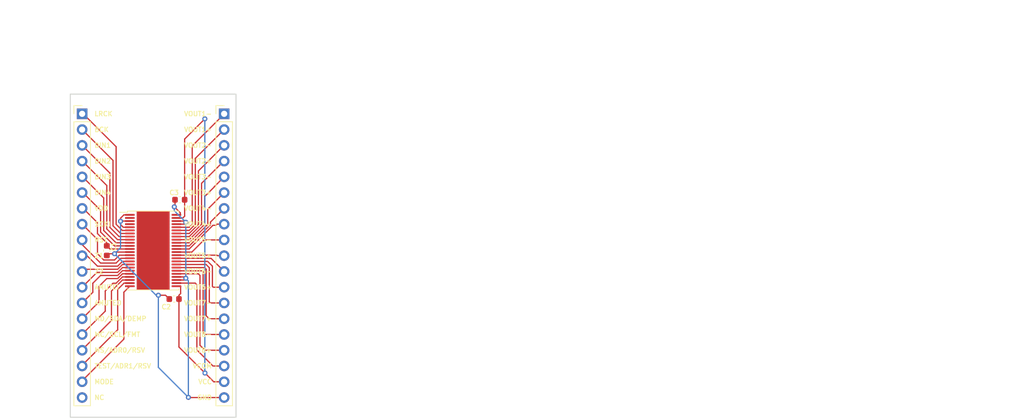
<source format=kicad_pcb>
(kicad_pcb (version 20211014) (generator pcbnew)
  (title_block (title "PCM1690 breakout board w/ P-S biasing and decoupling caps") (date "February 12, 2023") (rev "0"))
  (layers (0 "F.Cu" signal) (31 "B.Cu" signal) (34 "B.Paste" user) (35 "F.Paste" user) (36 "B.SilkS" user "B.Silkscreen") (37 "F.SilkS" user "F.Silkscreen") (38 "B.Mask" user) (39 "F.Mask" user) (44 "Edge.Cuts" user))
  (net 0 "")
  (net 1 "GND")
  (footprint "Capacitor_SMD:C_0603_1608Metric" (layer "F.Cu") (at 85.25 98.25 -90)
    (fp_text reference "REF**" hide)
    (fp_text value "C_0603_1608Metric")
    (fp_line (start -0.14058 0.51) (end 0.14058 0.51) (layer "F.SilkS") (width 0.12))
    (fp_line (start -0.14058 -0.51) (end 0.14058 -0.51) (layer "F.SilkS") (width 0.12))
    (pad "1" smd roundrect (at -0.775 0 270) (size 0.9 0.95) (layers "F.Cu" "F.Paste" "F.Mask"))
    (pad "2" smd roundrect (at 0.775 0 270) (size 0.9 0.95) (layers "F.Cu" "F.Paste" "F.Mask") (net 1 "GND"))
  )
  (footprint "Capacitor_SMD:C_0603_1608Metric" (layer "F.Cu") (at 96.0882 106.045 180)
    (fp_text reference "REF**" hide)
    (fp_text value "C_0603_1608Metric")
    (fp_line (start -0.14058 0.51) (end 0.14058 0.51) (layer "F.SilkS") (width 0.12))
    (fp_line (start -0.14058 -0.51) (end 0.14058 -0.51) (layer "F.SilkS") (width 0.12))
    (pad "1" smd roundrect (at -0.775 0 180) (size 0.9 0.95) (layers "F.Cu" "F.Paste" "F.Mask"))
    (pad "2" smd roundrect (at 0.775 0 180) (size 0.9 0.95) (layers "F.Cu" "F.Paste" "F.Mask") (net 1 "GND"))
  )
  (footprint "HTSSOP-48_8x12mm_P0.5mm" (layer "F.Cu") (at 92.71 98.23)
    (fp_text reference "REF**" hide)
    (fp_text value "HTSSOP-48_8x12mm_P0.5mm")
    (fp_rect (start -2.55 -6.25) (end 2.55 6.25) (layer "F.Cu") (width 0.2) (fill solid))
    (fp_line (start 0 -6.36) (end -4.11 -6.36) (layer "F.SilkS") (width 0.12))
    (fp_line (start -4.11 -6.36) (end -4.11 -6.16) (layer "F.SilkS") (width 0.12))
    (fp_line (start -4.11 -6.16) (end -5.4 -6.16) (layer "F.SilkS") (width 0.12))
    (fp_line (start 4.11 6.36) (end 4.11 6.16) (layer "F.SilkS") (width 0.12))
    (fp_line (start 0 6.36) (end -4.11 6.36) (layer "F.SilkS") (width 0.12))
    (fp_line (start 0 6.36) (end 4.11 6.36) (layer "F.SilkS") (width 0.12))
    (fp_line (start 0 -6.36) (end 4.11 -6.36) (layer "F.SilkS") (width 0.12))
    (fp_line (start -4.11 6.36) (end -4.11 6.16) (layer "F.SilkS") (width 0.12))
    (fp_line (start 4.11 -6.36) (end 4.11 -6.16) (layer "F.SilkS") (width 0.12))
    (pad "1" smd roundrect (at -3.75 -5.75) (size 1.55 0.3) (layers "F.Cu" "F.Paste" "F.Mask") (net 1 "GND"))
    (pad "2" smd roundrect (at -3.75 -5.25) (size 1.55 0.3) (layers "F.Cu" "F.Paste" "F.Mask"))
    (pad "3" smd roundrect (at -3.75 -4.75) (size 1.55 0.3) (layers "F.Cu" "F.Paste" "F.Mask") (net 1 "GND"))
    (pad "4" smd roundrect (at -3.75 -4.25) (size 1.55 0.3) (layers "F.Cu" "F.Paste" "F.Mask"))
    (pad "5" smd roundrect (at -3.75 -3.75) (size 1.55 0.3) (layers "F.Cu" "F.Paste" "F.Mask") (net 1 "GND"))
    (pad "6" smd roundrect (at -3.75 -3.25) (size 1.55 0.3) (layers "F.Cu" "F.Paste" "F.Mask"))
    (pad "7" smd roundrect (at -3.75 -2.75) (size 1.55 0.3) (layers "F.Cu" "F.Paste" "F.Mask"))
    (pad "8" smd roundrect (at -3.75 -2.25) (size 1.55 0.3) (layers "F.Cu" "F.Paste" "F.Mask"))
    (pad "9" smd roundrect (at -3.75 -1.75) (size 1.55 0.3) (layers "F.Cu" "F.Paste" "F.Mask"))
    (pad "10" smd roundrect (at -3.75 -1.25) (size 1.55 0.3) (layers "F.Cu" "F.Paste" "F.Mask"))
    (pad "11" smd roundrect (at -3.75 -0.75) (size 1.55 0.3) (layers "F.Cu" "F.Paste" "F.Mask"))
    (pad "12" smd roundrect (at -3.75 -0.25) (size 1.55 0.3) (layers "F.Cu" "F.Paste" "F.Mask"))
    (pad "13" smd roundrect (at -3.75 0.25) (size 1.55 0.3) (layers "F.Cu" "F.Paste" "F.Mask") (net 1 "GND"))
    (pad "14" smd roundrect (at -3.75 0.75) (size 1.55 0.3) (layers "F.Cu" "F.Paste" "F.Mask"))
    (pad "15" smd roundrect (at -3.75 1.25) (size 1.55 0.3) (layers "F.Cu" "F.Paste" "F.Mask"))
    (pad "16" smd roundrect (at -3.75 1.75) (size 1.55 0.3) (layers "F.Cu" "F.Paste" "F.Mask"))
    (pad "17" smd roundrect (at -3.75 2.25) (size 1.55 0.3) (layers "F.Cu" "F.Paste" "F.Mask"))
    (pad "18" smd roundrect (at -3.75 2.75) (size 1.55 0.3) (layers "F.Cu" "F.Paste" "F.Mask"))
    (pad "19" smd roundrect (at -3.75 3.25) (size 1.55 0.3) (layers "F.Cu" "F.Paste" "F.Mask"))
    (pad "20" smd roundrect (at -3.75 3.75) (size 1.55 0.3) (layers "F.Cu" "F.Paste" "F.Mask"))
    (pad "21" smd roundrect (at -3.75 4.25) (size 1.55 0.3) (layers "F.Cu" "F.Paste" "F.Mask"))
    (pad "22" smd roundrect (at -3.75 4.75) (size 1.55 0.3) (layers "F.Cu" "F.Paste" "F.Mask"))
    (pad "23" smd roundrect (at -3.75 5.25) (size 1.55 0.3) (layers "F.Cu" "F.Paste" "F.Mask"))
    (pad "24" smd roundrect (at -3.75 5.75) (size 1.55 0.3) (layers "F.Cu" "F.Paste" "F.Mask"))
    (pad "25" smd roundrect (at 3.75 5.75) (size 1.55 0.3) (layers "F.Cu" "F.Paste" "F.Mask"))
    (pad "26" smd roundrect (at 3.75 5.25) (size 1.55 0.3) (layers "F.Cu" "F.Paste" "F.Mask"))
    (pad "27" smd roundrect (at 3.75 4.75) (size 1.55 0.3) (layers "F.Cu" "F.Paste" "F.Mask") (net 1 "GND"))
    (pad "28" smd roundrect (at 3.75 4.25) (size 1.55 0.3) (layers "F.Cu" "F.Paste" "F.Mask") (net 1 "GND"))
    (pad "29" smd roundrect (at 3.75 3.75) (size 1.55 0.3) (layers "F.Cu" "F.Paste" "F.Mask"))
    (pad "30" smd roundrect (at 3.75 3.25) (size 1.55 0.3) (layers "F.Cu" "F.Paste" "F.Mask"))
    (pad "31" smd roundrect (at 3.75 2.75) (size 1.55 0.3) (layers "F.Cu" "F.Paste" "F.Mask"))
    (pad "32" smd roundrect (at 3.75 2.25) (size 1.55 0.3) (layers "F.Cu" "F.Paste" "F.Mask"))
    (pad "33" smd roundrect (at 3.75 1.75) (size 1.55 0.3) (layers "F.Cu" "F.Paste" "F.Mask"))
    (pad "34" smd roundrect (at 3.75 1.25) (size 1.55 0.3) (layers "F.Cu" "F.Paste" "F.Mask"))
    (pad "35" smd roundrect (at 3.75 0.75) (size 1.55 0.3) (layers "F.Cu" "F.Paste" "F.Mask"))
    (pad "36" smd roundrect (at 3.75 0.25) (size 1.55 0.3) (layers "F.Cu" "F.Paste" "F.Mask"))
    (pad "37" smd roundrect (at 3.75 -0.25) (size 1.55 0.3) (layers "F.Cu" "F.Paste" "F.Mask"))
    (pad "38" smd roundrect (at 3.75 -0.75) (size 1.55 0.3) (layers "F.Cu" "F.Paste" "F.Mask"))
    (pad "39" smd roundrect (at 3.75 -1.25) (size 1.55 0.3) (layers "F.Cu" "F.Paste" "F.Mask"))
    (pad "40" smd roundrect (at 3.75 -1.75) (size 1.55 0.3) (layers "F.Cu" "F.Paste" "F.Mask"))
    (pad "41" smd roundrect (at 3.75 -2.25) (size 1.55 0.3) (layers "F.Cu" "F.Paste" "F.Mask"))
    (pad "42" smd roundrect (at 3.75 -2.75) (size 1.55 0.3) (layers "F.Cu" "F.Paste" "F.Mask"))
    (pad "43" smd roundrect (at 3.75 -3.25) (size 1.55 0.3) (layers "F.Cu" "F.Paste" "F.Mask"))
    (pad "44" smd roundrect (at 3.75 -3.75) (size 1.55 0.3) (layers "F.Cu" "F.Paste" "F.Mask"))
    (pad "45" smd roundrect (at 3.75 -4.25) (size 1.55 0.3) (layers "F.Cu" "F.Paste" "F.Mask") (net 1 "GND"))
    (pad "46" smd roundrect (at 3.75 -4.75) (size 1.55 0.3) (layers "F.Cu" "F.Paste" "F.Mask") (net 1 "GND"))
    (pad "47" smd roundrect (at 3.75 -5.25) (size 1.55 0.3) (layers "F.Cu" "F.Paste" "F.Mask"))
    (pad "48" smd roundrect (at 3.75 -5.75) (size 1.55 0.3) (layers "F.Cu" "F.Paste" "F.Mask") (net 1 "GND"))
  )
  (footprint "Connector_PinHeader_2.54mm:PinHeader_1x19_P2.54mm_Vertical" (layer "F.Cu") (at 104.14 76.2)
    (fp_text reference "REF**" hide)
    (fp_text value "PinHeader_1x19_P2.54mm_Vertical")
    (fp_line (start -1.33 -1.33) (end 0 -1.33) (layer "F.SilkS") (width 0.12))
    (fp_line (start -1.33 47.05) (end 1.33 47.05) (layer "F.SilkS") (width 0.12))
    (fp_line (start -1.33 0) (end -1.33 -1.33) (layer "F.SilkS") (width 0.12))
    (fp_line (start 1.33 1.27) (end 1.33 47.05) (layer "F.SilkS") (width 0.12))
    (fp_line (start -1.33 1.27) (end 1.33 1.27) (layer "F.SilkS") (width 0.12))
    (fp_line (start -1.33 1.27) (end -1.33 47.05) (layer "F.SilkS") (width 0.12))
    (pad "1" thru_hole rect (at 0 0) (size 1.7 1.7) (drill 1) (layers *.Cu *.Mask))
    (pad "2" thru_hole oval (at 0 2.54) (size 1.7 1.7) (drill 1) (layers *.Cu *.Mask))
    (pad "3" thru_hole oval (at 0 5.08) (size 1.7 1.7) (drill 1) (layers *.Cu *.Mask))
    (pad "4" thru_hole oval (at 0 7.62) (size 1.7 1.7) (drill 1) (layers *.Cu *.Mask))
    (pad "5" thru_hole oval (at 0 10.16) (size 1.7 1.7) (drill 1) (layers *.Cu *.Mask))
    (pad "6" thru_hole oval (at 0 12.7) (size 1.7 1.7) (drill 1) (layers *.Cu *.Mask))
    (pad "7" thru_hole oval (at 0 15.24) (size 1.7 1.7) (drill 1) (layers *.Cu *.Mask))
    (pad "8" thru_hole oval (at 0 17.78) (size 1.7 1.7) (drill 1) (layers *.Cu *.Mask))
    (pad "9" thru_hole oval (at 0 20.32) (size 1.7 1.7) (drill 1) (layers *.Cu *.Mask))
    (pad "10" thru_hole oval (at 0 22.86) (size 1.7 1.7) (drill 1) (layers *.Cu *.Mask))
    (pad "11" thru_hole oval (at 0 25.4) (size 1.7 1.7) (drill 1) (layers *.Cu *.Mask))
    (pad "12" thru_hole oval (at 0 27.94) (size 1.7 1.7) (drill 1) (layers *.Cu *.Mask))
    (pad "13" thru_hole oval (at 0 30.48) (size 1.7 1.7) (drill 1) (layers *.Cu *.Mask))
    (pad "14" thru_hole oval (at 0 33.02) (size 1.7 1.7) (drill 1) (layers *.Cu *.Mask))
    (pad "15" thru_hole oval (at 0 35.56) (size 1.7 1.7) (drill 1) (layers *.Cu *.Mask))
    (pad "16" thru_hole oval (at 0 38.1) (size 1.7 1.7) (drill 1) (layers *.Cu *.Mask))
    (pad "17" thru_hole oval (at 0 40.64) (size 1.7 1.7) (drill 1) (layers *.Cu *.Mask))
    (pad "18" thru_hole oval (at 0 43.18) (size 1.7 1.7) (drill 1) (layers *.Cu *.Mask))
    (pad "19" thru_hole oval (at 0 45.72) (size 1.7 1.7) (drill 1) (layers *.Cu *.Mask) (net 1 "GND"))
  )
  (footprint "Connector_PinHeader_2.54mm:PinHeader_1x19_P2.54mm_Vertical" (layer "F.Cu") (at 81.28 76.2)
    (fp_text reference "REF**" hide)
    (fp_text value "PinHeader_1x19_P2.54mm_Vertical")
    (fp_line (start -1.33 1.27) (end 1.33 1.27) (layer "F.SilkS") (width 0.12))
    (fp_line (start -1.33 1.27) (end -1.33 47.05) (layer "F.SilkS") (width 0.12))
    (fp_line (start -1.33 -1.33) (end 0 -1.33) (layer "F.SilkS") (width 0.12))
    (fp_line (start 1.33 1.27) (end 1.33 47.05) (layer "F.SilkS") (width 0.12))
    (fp_line (start -1.33 0) (end -1.33 -1.33) (layer "F.SilkS") (width 0.12))
    (fp_line (start -1.33 47.05) (end 1.33 47.05) (layer "F.SilkS") (width 0.12))
    (pad "1" thru_hole rect (at 0 0) (size 1.7 1.7) (drill 1) (layers *.Cu *.Mask))
    (pad "2" thru_hole oval (at 0 2.54) (size 1.7 1.7) (drill 1) (layers *.Cu *.Mask))
    (pad "3" thru_hole oval (at 0 5.08) (size 1.7 1.7) (drill 1) (layers *.Cu *.Mask))
    (pad "4" thru_hole oval (at 0 7.62) (size 1.7 1.7) (drill 1) (layers *.Cu *.Mask))
    (pad "5" thru_hole oval (at 0 10.16) (size 1.7 1.7) (drill 1) (layers *.Cu *.Mask))
    (pad "6" thru_hole oval (at 0 12.7) (size 1.7 1.7) (drill 1) (layers *.Cu *.Mask))
    (pad "7" thru_hole oval (at 0 15.24) (size 1.7 1.7) (drill 1) (layers *.Cu *.Mask))
    (pad "8" thru_hole oval (at 0 17.78) (size 1.7 1.7) (drill 1) (layers *.Cu *.Mask))
    (pad "9" thru_hole oval (at 0 20.32) (size 1.7 1.7) (drill 1) (layers *.Cu *.Mask))
    (pad "10" thru_hole oval (at 0 22.86) (size 1.7 1.7) (drill 1) (layers *.Cu *.Mask))
    (pad "11" thru_hole oval (at 0 25.4) (size 1.7 1.7) (drill 1) (layers *.Cu *.Mask))
    (pad "12" thru_hole oval (at 0 27.94) (size 1.7 1.7) (drill 1) (layers *.Cu *.Mask))
    (pad "13" thru_hole oval (at 0 30.48) (size 1.7 1.7) (drill 1) (layers *.Cu *.Mask))
    (pad "14" thru_hole oval (at 0 33.02) (size 1.7 1.7) (drill 1) (layers *.Cu *.Mask))
    (pad "15" thru_hole oval (at 0 35.56) (size 1.7 1.7) (drill 1) (layers *.Cu *.Mask))
    (pad "16" thru_hole oval (at 0 38.1) (size 1.7 1.7) (drill 1) (layers *.Cu *.Mask))
    (pad "17" thru_hole oval (at 0 40.64) (size 1.7 1.7) (drill 1) (layers *.Cu *.Mask))
    (pad "18" thru_hole oval (at 0 43.18) (size 1.7 1.7) (drill 1) (layers *.Cu *.Mask))
    (pad "19" thru_hole oval (at 0 45.72) (size 1.7 1.7) (drill 1) (layers *.Cu *.Mask))
  )
  (footprint "Capacitor_SMD:C_0603_1608Metric" (layer "F.Cu") (at 97.0026 90.043 180)
    (fp_text reference "REF**" hide)
    (fp_text value "C_0603_1608Metric")
    (fp_line (start -0.14058 -0.51) (end 0.14058 -0.51) (layer "F.SilkS") (width 0.12))
    (fp_line (start -0.14058 0.51) (end 0.14058 0.51) (layer "F.SilkS") (width 0.12))
    (pad "1" smd roundrect (at -0.775 0 180) (size 0.9 0.95) (layers "F.Cu" "F.Paste" "F.Mask"))
    (pad "2" smd roundrect (at 0.775 0 180) (size 0.9 0.95) (layers "F.Cu" "F.Paste" "F.Mask") (net 1 "GND"))
  )
  (gr_rect (start 79.375 73.025) (end 106.045 125.095) (layer "Edge.Cuts") (width 0.15) (fill none))
  (gr_text "BCK" (at 83.185 78.74) (layer "F.SilkS") (effects (font (size 0.75 0.75)) (justify left)))
  (gr_text "AMUTEI" (at 83.185 104.14) (layer "F.SilkS") (effects (font (size 0.75 0.75)) (justify left)))
  (gr_text "VOUT6-" (at 102.235 101.6) (layer "F.SilkS") (effects (font (size 0.75 0.75)) (justify right)))
  (gr_text "LRCK" (at 83.185 76.2) (layer "F.SilkS") (effects (font (size 0.75 0.75)) (justify left)))
  (gr_text "VOUT1-" (at 102.235 76.2) (layer "F.SilkS") (effects (font (size 0.75 0.75)) (justify right)))
  (gr_text "VDD" (at 83.185 91.44) (layer "F.SilkS") (effects (font (size 0.75 0.75)) (justify left)))
  (gr_text "VOUT5-" (at 102.235 96.52) (layer "F.SilkS") (effects (font (size 0.75 0.75)) (justify right)))
  (gr_text "VOUT7+" (at 102.235 109.22) (layer "F.SilkS") (effects (font (size 0.75 0.75)) (justify right)))
  (gr_text "MS/ADR0/RSV" (at 83.185 114.3) (layer "F.SilkS") (effects (font (size 0.75 0.75)) (justify left)))
  (gr_text "MODE" (at 83.185 119.38) (layer "F.SilkS") (effects (font (size 0.75 0.75)) (justify left)))
  (gr_text "AMUTEO" (at 83.185 106.68) (layer "F.SilkS") (effects (font (size 0.75 0.75)) (justify left)))
  (gr_text "VOUT8-" (at 102.235 111.76) (layer "F.SilkS") (effects (font (size 0.75 0.75)) (justify right)))
  (gr_text "MC/SCL/FMT" (at 83.185 111.76) (layer "F.SilkS") (effects (font (size 0.75 0.75)) (justify left)))
  (gr_text "VOUT8+" (at 102.235 114.3) (layer "F.SilkS") (effects (font (size 0.75 0.75)) (justify right)))
  (gr_text "VCOM" (at 102.235 116.84) (layer "F.SilkS") (effects (font (size 0.75 0.75)) (justify right)))
  (gr_text "C3" (at 95.25 88.9) (layer "F.SilkS") (effects (font (size 0.75 0.75)) (justify left)))
  (gr_text "VOUT3-" (at 102.235 86.36) (layer "F.SilkS") (effects (font (size 0.75 0.75)) (justify right)))
  (gr_text "VOUT5+" (at 102.235 99.06) (layer "F.SilkS") (effects (font (size 0.75 0.75)) (justify right)))
  (gr_text "VOUT2+" (at 102.235 83.82) (layer "F.SilkS") (effects (font (size 0.75 0.75)) (justify right)))
  (gr_text "Z1" (at 83.185 99.06) (layer "F.SilkS") (effects (font (size 0.75 0.75)) (justify left)))
  (gr_text "DIN3" (at 83.185 86.36) (layer "F.SilkS") (effects (font (size 0.75 0.75)) (justify left)))
  (gr_text "C1" (at 86.36 98.425 90) (layer "F.SilkS") (effects (font (size 0.75 0.75)) (justify left)))
  (gr_text "TEST/ADR1/RSV" (at 83.185 116.84) (layer "F.SilkS") (effects (font (size 0.75 0.75)) (justify left)))
  (gr_text "VOUT4-" (at 102.235 91.44) (layer "F.SilkS") (effects (font (size 0.75 0.75)) (justify right)))
  (gr_text "VOUT3+" (at 102.235 88.9) (layer "F.SilkS") (effects (font (size 0.75 0.75)) (justify right)))
  (gr_text "NC" (at 83.185 121.92) (layer "F.SilkS") (effects (font (size 0.75 0.75)) (justify left)))
  (gr_text "GND" (at 102.235 121.92) (layer "F.SilkS") (effects (font (size 0.75 0.75)) (justify right)))
  (gr_text "VOUT7-" (at 102.235 106.68) (layer "F.SilkS") (effects (font (size 0.75 0.75)) (justify right)))
  (gr_text "DIN4" (at 83.185 88.9) (layer "F.SilkS") (effects (font (size 0.75 0.75)) (justify left)))
  (gr_text "VOUT2-" (at 102.235 81.28) (layer "F.SilkS") (effects (font (size 0.75 0.75)) (justify right)))
  (gr_text "RST" (at 83.185 96.52) (layer "F.SilkS") (effects (font (size 0.75 0.75)) (justify left)))
  (gr_text "VOUT4+" (at 102.235 93.98) (layer "F.SilkS") (effects (font (size 0.75 0.75)) (justify right)))
  (gr_text "MD/SDA/DEMP" (at 83.185 109.22) (layer "F.SilkS") (effects (font (size 0.75 0.75)) (justify left)))
  (gr_text "SCKI" (at 83.185 93.98) (layer "F.SilkS") (effects (font (size 0.75 0.75)) (justify left)))
  (gr_text "VOUT1+" (at 102.235 78.74) (layer "F.SilkS") (effects (font (size 0.75 0.75)) (justify right)))
  (gr_text "VCC" (at 102.235 119.38) (layer "F.SilkS") (effects (font (size 0.75 0.75)) (justify right)))
  (gr_text "C2" (at 93.98 107.315) (layer "F.SilkS") (effects (font (size 0.75 0.75)) (justify left)))
  (gr_text "DIN1" (at 83.185 81.28) (layer "F.SilkS") (effects (font (size 0.75 0.75)) (justify left)))
  (gr_text "Z2" (at 83.185 101.6) (layer "F.SilkS") (effects (font (size 0.75 0.75)) (justify left)))
  (gr_text "VOUT6+" (at 102.235 104.14) (layer "F.SilkS") (effects (font (size 0.75 0.75)) (justify right)))
  (gr_text "DIN2" (at 83.185 83.82) (layer "F.SilkS") (effects (font (size 0.75 0.75)) (justify left)))
  (segment (start 83 104.96) (end 81.28 106.68) (width 0.2) (layer "F.Cu") (net 0))
  (segment (start 84 104) (end 84 106.5) (width 0.2) (layer "F.Cu") (net 0))
  (segment (start 86 109.5) (end 81.28 114.22) (width 0.2) (layer "F.Cu") (net 0))
  (segment (start 86.25 94.25) (end 86.25 83.71) (width 0.2) (layer "F.Cu") (net 0))
  (segment (start 98.52 95.98) (end 100.5 94) (width 0.2) (layer "F.Cu") (net 0))
  (segment (start 88.96 94.98) (end 88.93 95.01) (width 0.2) (layer "F.Cu") (net 0))
  (segment (start 87.27 98.98) (end 86.5 99.75) (width 0.2) (layer "F.Cu") (net 0))
  (segment (start 83 103.5) (end 83 104.96) (width 0.2) (layer "F.Cu") (net 0))
  (segment (start 98.52 97.98) (end 102.34 94.16) (width 0.2) (layer "F.Cu") (net 0))
  (segment (start 98.52 94.48) (end 99 94) (width 0.2) (layer "F.Cu") (net 0))
  (segment (start 86.48 97.48) (end 84.25 95.25) (width 0.2) (layer "F.Cu") (net 0))
  (segment (start 87 101.25) (end 81.63 101.25) (width 0.2) (layer "F.Cu") (net 0))
  (segment (start 96.46 100.48) (end 101.23 100.48) (width 0.2) (layer "F.Cu") (net 0))
  (segment (start 86.25 103.5) (end 85 104.75) (width 0.2) (layer "F.Cu") (net 0))
  (segment (start 81.28 116.72) (end 81.28 116.84) (width 0.2) (layer "F.Cu") (net 0))
  (segment (start 81.32 83.82) (end 81.28 83.82) (width 0.2) (layer "F.Cu") (net 0))
  (segment (start 97.0712 103.98) (end 97.1296 104.0384) (width 0.2) (layer "F.Cu") (net 0))
  (segment (start 102.25 100.75) (end 102.25 104) (width 0.2) (layer "F.Cu") (net 0))
  (segment (start 84.75 89.75) (end 81.36 86.36) (width 0.2) (layer "F.Cu") (net 0))
  (segment (start 99.75 114.25) (end 102.34 116.84) (width 0.2) (layer "F.Cu") (net 0))
  (segment (start 102.34 116.84) (end 104.14 116.84) (width 0.2) (layer "F.Cu") (net 0))
  (segment (start 96.46 97.98) (end 98.52 97.98) (width 0.2) (layer "F.Cu") (net 0))
  (segment (start 87.77 101.48) (end 87 102.25) (width 0.2) (layer "F.Cu") (net 0))
  (segment (start 81.45 76.2) (end 81.28 76.2) (width 0.2) (layer "F.Cu") (net 0))
  (segment (start 83.75 100.75) (end 82 99) (width 0.2) (layer "F.Cu") (net 0))
  (segment (start 88.02 103.48) (end 87 104.5) (width 0.2) (layer "F.Cu") (net 0))
  (segment (start 86.75 103.5) (end 86.25 103.5) (width 0.2) (layer "F.Cu") (net 0))
  (segment (start 100 85.4) (end 104.12 81.28) (width 0.2) (layer "F.Cu") (net 0))
  (segment (start 96.46 95.48) (end 98.52 95.48) (width 0.2) (layer "F.Cu") (net 0))
  (segment (start 104.12 81.28) (end 104.14 81.28) (width 0.2) (layer "F.Cu") (net 0))
  (segment (start 102.98 98.98) (end 103.06 99.06) (width 0.2) (layer "F.Cu") (net 0))
  (segment (start 96.46 101.48) (end 96.48 101.5) (width 0.2) (layer "F.Cu") (net 0))
  (segment (start 84.25 100.25) (end 81.28 97.28) (width 0.2) (layer "F.Cu") (net 0))
  (segment (start 88.94 95) (end 87.75 95) (width 0.2) (layer "F.Cu") (net 0))
  (segment (start 87 111) (end 81.28 116.72) (width 0.2) (layer "F.Cu") (net 0))
  (segment (start 87 102.25) (end 84.25 102.25) (width 0.2) (layer "F.Cu") (net 0))
  (segment (start 84.75 95) (end 84.75 89.75) (width 0.2) (layer "F.Cu") (net 0))
  (segment (start 85.25 102.75) (end 84 104) (width 0.2) (layer "F.Cu") (net 0))
  (segment (start 102.34 94.16) (end 102.82 94.16) (width 0.2) (layer "F.Cu") (net 0))
  (segment (start 99.98 101.98) (end 100.25 102.25) (width 0.2) (layer "F.Cu") (net 0))
  (segment (start 98.53 97.48) (end 101.94 94.07) (width 0.2) (layer "F.Cu") (net 0))
  (segment (start 81.28 78.78) (end 81.28 78.74) (width 0.2) (layer "F.Cu") (net 0))
  (segment (start 87.23 95.98) (end 85.75 94.5) (width 0.2) (layer "F.Cu") (net 0))
  (segment (start 101.75 101) (end 101.75 106.5) (width 0.2) (layer "F.Cu") (net 0))
  (segment (start 85 108) (end 81.28 111.72) (width 0.2) (layer "F.Cu") (net 0))
  (segment (start 100.25 113.5) (end 101.05 114.3) (width 0.2) (layer "F.Cu") (net 0))
  (segment (start 88.96 95.48) (end 87.48 95.48) (width 0.2) (layer "F.Cu") (net 0))
  (segment (start 83.75 98.75) (end 83.75 96.45) (width 0.2) (layer "F.Cu") (net 0))
  (segment (start 100.5 87.4) (end 104.08 83.82) (width 0.2) (layer "F.Cu") (net 0))
  (segment (start 84 106.5) (end 81.28 109.22) (width 0.2) (layer "F.Cu") (net 0))
  (segment (start 101.25 108.75) (end 101.72 109.22) (width 0.2) (layer "F.Cu") (net 0))
  (segment (start 101.75 106.5) (end 101.93 106.68) (width 0.2) (layer "F.Cu") (net 0))
  (segment (start 96.46 96.48) (end 98.52 96.48) (width 0.2) (layer "F.Cu") (net 0))
  (segment (start 96.46 95.98) (end 98.52 95.98) (width 0.2) (layer "F.Cu") (net 0))
  (segment (start 84.25 102.25) (end 83 103.5) (width 0.2) (layer "F.Cu") (net 0))
  (segment (start 100.75 101.5) (end 100.75 111.5) (width 0.2) (layer "F.Cu") (net 0))
  (segment (start 100.98 100.98) (end 101.25 101.25) (width 0.2) (layer "F.Cu") (net 0))
  (segment (start 102.25 104) (end 102.39 104.14) (width 0.2) (layer "F.Cu") (net 0))
  (segment (start 96.8632 113.7832) (end 101.05 117.97) (width 0.2) (layer "F.Cu") (net 0))
  (segment (start 87.77 100.98) (end 87 101.75) (width 0.2) (layer "F.Cu") (net 0))
  (segment (start 102.53 88) (end 102.53 87.97) (width 0.2) (layer "F.Cu") (net 0))
  (segment (start 88.96 97.48) (end 86.48 97.48) (width 0.2) (layer "F.Cu") (net 0))
  (segment (start 86.25 83.71) (end 81.28 78.74) (width 0.2) (layer "F.Cu") (net 0))
  (segment (start 81.28 111.72) (end 81.28 111.76) (width 0.2) (layer "F.Cu") (net 0))
  (segment (start 97.7776 90.043) (end 97.7776 80.2624) (width 0.2) (layer "F.Cu") (net 0))
  (segment (start 81.44 91.44) (end 81.28 91.44) (width 0.2) (layer "F.Cu") (net 0))
  (segment (start 83.75 96.45) (end 81.28 93.98) (width 0.2) (layer "F.Cu") (net 0))
  (segment (start 88.96 96.98) (end 86.73 96.98) (width 0.2) (layer "F.Cu") (net 0))
  (segment (start 96.46 97.48) (end 98.53 97.48) (width 0.2) (layer "F.Cu") (net 0))
  (segment (start 96.46 99.98) (end 101.48 99.98) (width 0.2) (layer "F.Cu") (net 0))
  (segment (start 96.46 94.48) (end 98.52 94.48) (width 0.2) (layer "F.Cu") (net 0))
  (segment (start 104.13 78.74) (end 104.14 78.74) (width 0.2) (layer "F.Cu") (net 0))
  (segment (start 86.98 96.48) (end 85.25 94.75) (width 0.2) (layer "F.Cu") (net 0))
  (segment (start 101.75 99.5) (end 102.04 99.5) (width 0.2) (layer "F.Cu") (net 0))
  (segment (start 81.28 114.22) (end 81.28 114.3) (width 0.2) (layer "F.Cu") (net 0))
  (segment (start 85.75 94.5) (end 85.75 85.75) (width 0.2) (layer "F.Cu") (net 0))
  (segment (start 87.77 99.98) (end 87 100.75) (width 0.2) (layer "F.Cu") (net 0))
  (segment (start 86.75 81.5) (end 81.45 76.2) (width 0.2) (layer "F.Cu") (net 0))
  (segment (start 84.25 91.75) (end 81.4 88.9) (width 0.2) (layer "F.Cu") (net 0))
  (segment (start 102.04 99.5) (end 104.14 101.6) (width 0.2) (layer "F.Cu") (net 0))
  (segment (start 88.96 97.98) (end 85.755 97.98) (width 0.2) (layer "F.Cu") (net 0))
  (segment (start 101.23 100.48) (end 101.75 101) (width 0.2) (layer "F.Cu") (net 0))
  (segment (start 96.46 96.98) (end 98.53 96.98) (width 0.2) (layer "F.Cu") (net 0))
  (segment (start 98.53 96.98) (end 101.5 94.01) (width 0.2) (layer "F.Cu") (net 0))
  (segment (start 85.25 94.75) (end 85.25 87.75) (width 0.2) (layer "F.Cu") (net 0))
  (segment (start 87.77 100.48) (end 87 101.25) (width 0.2) (layer "F.Cu") (net 0))
  (segment (start 81.63 101.25) (end 81.28 101.6) (width 0.2) (layer "F.Cu") (net 0))
  (segment (start 88.96 101.48) (end 87.77 101.48) (width 0.2) (layer "F.Cu") (net 0))
  (segment (start 86 104.75) (end 86 109.5) (width 0.2) (layer "F.Cu") (net 0))
  (segment (start 98.52 94.98) (end 99.5 94) (width 0.2) (layer "F.Cu") (net 0))
  (segment (start 101.25 101.25) (end 101.25 108.75) (width 0.2) (layer "F.Cu") (net 0))
  (segment (start 86.75 94) (end 86.75 81.5) (width 0.2) (layer "F.Cu") (net 0))
  (segment (start 99 94) (end 99 81.37) (width 0.2) (layer "F.Cu") (net 0))
  (segment (start 88.96 102.98) (end 87.77 102.98) (width 0.2) (layer "F.Cu") (net 0))
  (segment (start 100.5 94) (end 100.5 87.4) (width 0.2) (layer "F.Cu") (net 0))
  (segment (start 96.46 100.98) (end 100.98 100.98) (width 0.2) (layer "F.Cu") (net 0))
  (segment (start 101.72 109.22) (end 104.14 109.22) (width 0.2) (layer "F.Cu") (net 0))
  (segment (start 87.75 95) (end 86.75 94) (width 0.2) (layer "F.Cu") (net 0))
  (segment (start 97.1296 105.169) (end 96.8632 105.4354) (width 0.2) (layer "F.Cu") (net 0))
  (segment (start 104.08 83.82) (end 104.14 83.82) (width 0.2) (layer "F.Cu") (net 0))
  (segment (start 102.39 104.14) (end 104.14 104.14) (width 0.2) (layer "F.Cu") (net 0))
  (segment (start 88.96 100.48) (end 87.77 100.48) (width 0.2) (layer "F.Cu") (net 0))
  (segment (start 103 93.98) (end 104.14 93.98) (width 0.2) (layer "F.Cu") (net 0))
  (segment (start 96.46 101.98) (end 99.98 101.98) (width 0.2) (layer "F.Cu") (net 0))
  (segment (start 83.67 101.75) (end 81.28 104.14) (width 0.2) (layer "F.Cu") (net 0))
  (segment (start 99.75 103.75) (end 99.75 114.25) (width 0.2) (layer "F.Cu") (net 0))
  (segment (start 102.82 94.16) (end 103 93.98) (width 0.2) (layer "F.Cu") (net 0))
  (segment (start 101.94 94.07) (end 101.94 93.64) (width 0.2) (layer "F.Cu") (net 0))
  (segment (start 101.73 99.48) (end 101.75 99.5) (width 0.2) (layer "F.Cu") (net 0))
  (segment (start 96.46 99.48) (end 101.73 99.48) (width 0.2) (layer "F.Cu") (net 0))
  (segment (start 86.5 99.75) (end 84.75 99.75) (width 0.2) (layer "F.Cu") (net 0))
  (segment (start 101.94 93.64) (end 104.14 91.44) (width 0.2) (layer "F.Cu") (net 0))
  (segment (start 96.46 98.98) (end 102.98 98.98) (width 0.2) (layer "F.Cu") (net 0))
  (segment (start 88.96 94.98) (end 88.94 95) (width 0.2) (layer "F.Cu") (net 0))
  (segment (start 96.46 103.98) (end 97.0712 103.98) (width 0.2) (layer "F.Cu") (net 0))
  (segment (start 88 104.94) (end 88 112.5) (width 0.2) (layer "F.Cu") (net 0))
  (segment (start 87 104.5) (end 87 111) (width 0.2) (layer "F.Cu") (net 0))
  (segment (start 104.14 76.23) (end 104.14 76.2) (width 0.2) (layer "F.Cu") (net 0))
  (segment (start 87.77 101.98) (end 87 102.75) (width 0.2) (layer "F.Cu") (net 0))
  (segment (start 88.96 102.48) (end 87.77 102.48) (width 0.2) (layer "F.Cu") (net 0))
  (segment (start 97.1296 104.0384) (end 97.1296 105.169) (width 0.2) (layer "F.Cu") (net 0))
  (segment (start 87 100.75) (end 83.75 100.75) (width 0.2) (layer "F.Cu") (net 0))
  (segment (start 101.01 111.76) (end 104.14 111.76) (width 0.2) (layer "F.Cu") (net 0))
  (segment (start 97.7776 92.697) (end 97.7776 90.043) (width 0.2) (layer "F.Cu") (net 0))
  (segment (start 88.96 101.98) (end 87.77 101.98) (width 0.2) (layer "F.Cu") (net 0))
  (segment (start 102.53 87.97) (end 104.14 86.36) (width 0.2) (layer "F.Cu") (net 0))
  (segment (start 101.5 91.56) (end 102.77 90.29) (width 0.2) (layer "F.Cu") (net 0))
  (segment (start 88.96 103.98) (end 88 104.94) (width 0.2) (layer "F.Cu") (net 0))
  (segment (start 98.94 98.48) (end 100.9 96.52) (width 0.2) (layer "F.Cu") (net 0))
  (segment (start 99.48 103.48) (end 99.75 103.75) (width 0.2) (layer "F.Cu") (net 0))
  (segment (start 87.77 102.48) (end 86.75 103.5) (width 0.2) (layer "F.Cu") (net 0))
  (segment (start 87 102.75) (end 85.25 102.75) (width 0.2) (layer "F.Cu") (net 0))
  (segment (start 85.25 97.475) (end 85.25 97) (width 0.2) (layer "F.Cu") (net 0))
  (segment (start 81.28 97.28) (end 81.28 96.52) (width 0.2) (layer "F.Cu") (net 0))
  (segment (start 88.96 100.98) (end 87.77 100.98) (width 0.2) (layer "F.Cu") (net 0))
  (segment (start 101.05 114.3) (end 104.14 114.3) (width 0.2) (layer "F.Cu") (net 0))
  (segment (start 99 81.37) (end 104.14 76.23) (width 0.2) (layer "F.Cu") (net 0))
  (segment (start 87.52 99.48) (end 86.75 100.25) (width 0.2) (layer "F.Cu") (net 0))
  (segment (start 83.75 93.75) (end 81.44 91.44) (width 0.2) (layer "F.Cu") (net 0))
  (segment (start 88.96 103.48) (end 88.02 103.48) (width 0.2) (layer "F.Cu") (net 0))
  (segment (start 88.96 99.98) (end 87.77 99.98) (width 0.2) (layer "F.Cu") (net 0))
  (segment (start 81.34 99) (end 81.28 99.06) (width 0.2) (layer "F.Cu") (net 0))
  (segment (start 101.93 106.68) (end 104.14 106.68) (width 0.2) (layer "F.Cu") (net 0))
  (segment (start 83.75 95.5) (end 83.75 93.75) (width 0.2) (layer "F.Cu") (net 0))
  (segment (start 85 104.75) (end 85 108) (width 0.2) (layer "F.Cu") (net 0))
  (segment (start 81.4 88.9) (end 81.28 88.9) (width 0.2) (layer "F.Cu") (net 0))
  (segment (start 87 101.75) (end 83.67 101.75) (width 0.2) (layer "F.Cu") (net 0))
  (segment (start 97.7776 80.2624) (end 101.03 77.01) (width 0.2) (layer "F.Cu") (net 0))
  (segment (start 100 94) (end 100 85.4) (width 0.2) (layer "F.Cu") (net 0))
  (segment (start 102.77 90.27) (end 104.14 88.9) (width 0.2) (layer "F.Cu") (net 0))
  (segment (start 101 94) (end 101 89.53) (width 0.2) (layer "F.Cu") (net 0))
  (segment (start 96.46 94.98) (end 98.52 94.98) (width 0.2) (layer "F.Cu") (net 0))
  (segment (start 81.48 93.98) (end 81.28 93.98) (width 0.2) (layer "F.Cu") (net 0))
  (segment (start 81.28 119.22) (end 81.28 119.38) (width 0.2) (layer "F.Cu") (net 0))
  (segment (start 102.77 90.29) (end 102.77 90.27) (width 0.2) (layer "F.Cu") (net 0))
  (segment (start 101.05 117.97) (end 102.46 119.38) (width 0.2) (layer "F.Cu") (net 0))
  (segment (start 88.96 95.98) (end 87.23 95.98) (width 0.2) (layer "F.Cu") (net 0))
  (segment (start 87.48 95.48) (end 86.25 94.25) (width 0.2) (layer "F.Cu") (net 0))
  (segment (start 98.52 96.48) (end 101 94) (width 0.2) (layer "F.Cu") (net 0))
  (segment (start 84.75 99.75) (end 83.75 98.75) (width 0.2) (layer "F.Cu") (net 0))
  (segment (start 98.52 95.48) (end 100 94) (width 0.2) (layer "F.Cu") (net 0))
  (segment (start 102.46 119.38) (end 104.14 119.38) (width 0.2) (layer "F.Cu") (net 0))
  (segment (start 88.96 99.48) (end 87.52 99.48) (width 0.2) (layer "F.Cu") (net 0))
  (segment (start 85.75 85.75) (end 81.28 81.28) (width 0.2) (layer "F.Cu") (net 0))
  (segment (start 88.96 95.48) (end 88.95 95.49) (width 0.2) (layer "F.Cu") (net 0))
  (segment (start 100.25 102.25) (end 100.25 113.5) (width 0.2) (layer "F.Cu") (net 0))
  (segment (start 85.25 97) (end 83.75 95.5) (width 0.2) (layer "F.Cu") (net 0))
  (segment (start 96.8632 105.4354) (end 96.8632 113.7832) (width 0.2) (layer "F.Cu") (net 0))
  (segment (start 96.48 101.5) (end 100.75 101.5) (width 0.2) (layer "F.Cu") (net 0))
  (segment (start 85.25 87.75) (end 81.32 83.82) (width 0.2) (layer "F.Cu") (net 0))
  (segment (start 101.48 99.98) (end 102.25 100.75) (width 0.2) (layer "F.Cu") (net 0))
  (segment (start 96.46 98.48) (end 98.94 98.48) (width 0.2) (layer "F.Cu") (net 0))
  (segment (start 86.75 100.25) (end 84.25 100.25) (width 0.2) (layer "F.Cu") (net 0))
  (segment (start 87.77 102.98) (end 86 104.75) (width 0.2) (layer "F.Cu") (net 0))
  (segment (start 100.9 96.52) (end 104.14 96.52) (width 0.2) (layer "F.Cu") (net 0))
  (segment (start 85.755 97.98) (end 85.25 97.475) (width 0.2) (layer "F.Cu") (net 0))
  (segment (start 99.5 83.37) (end 104.13 78.74) (width 0.2) (layer "F.Cu") (net 0))
  (segment (start 101.5 94.01) (end 101.5 91.56) (width 0.2) (layer "F.Cu") (net 0))
  (segment (start 97.4946 92.98) (end 97.7776 92.697) (width 0.2) (layer "F.Cu") (net 0))
  (segment (start 81.36 86.36) (end 81.28 86.36) (width 0.2) (layer "F.Cu") (net 0))
  (segment (start 88 112.5) (end 81.28 119.22) (width 0.2) (layer "F.Cu") (net 0))
  (segment (start 88.96 98.98) (end 87.27 98.98) (width 0.2) (layer "F.Cu") (net 0))
  (segment (start 100.75 111.5) (end 101.01 111.76) (width 0.2) (layer "F.Cu") (net 0))
  (segment (start 101 89.53) (end 102.53 88) (width 0.2) (layer "F.Cu") (net 0))
  (segment (start 82 99) (end 81.34 99) (width 0.2) (layer "F.Cu") (net 0))
  (segment (start 103.06 99.06) (end 104.14 99.06) (width 0.2) (layer "F.Cu") (net 0))
  (segment (start 99.5 94) (end 99.5 83.37) (width 0.2) (layer "F.Cu") (net 0))
  (segment (start 96.46 92.98) (end 97.4946 92.98) (width 0.2) (layer "F.Cu") (net 0))
  (segment (start 84.25 95.25) (end 84.25 91.75) (width 0.2) (layer "F.Cu") (net 0))
  (segment (start 88.96 96.48) (end 86.98 96.48) (width 0.2) (layer "F.Cu") (net 0))
  (segment (start 86.73 96.98) (end 84.75 95) (width 0.2) (layer "F.Cu") (net 0))
  (segment (start 96.46 103.48) (end 99.48 103.48) (width 0.2) (layer "F.Cu") (net 0))
  (via (at 97.9678 93.6752) (size 0.8) (drill 0.4) (layers "F.Cu" "B.Cu") (net 0))
  (via (at 97.9678 102.6922) (size 0.8) (drill 0.4) (layers "F.Cu" "B.Cu") (net 0))
  (via (at 98.38 121.89) (size 0.8) (drill 0.4) (layers "F.Cu" "B.Cu") (net 0))
  (via (at 86.5 98.75) (size 0.8) (drill 0.4) (layers "F.Cu" "B.Cu") (net 0))
  (via (at 93.5482 105.4354) (size 0.8) (drill 0.4) (layers "F.Cu" "B.Cu") (net 0))
  (via (at 101.05 117.97) (size 0.8) (drill 0.4) (layers "F.Cu" "B.Cu") (net 0))
  (via (at 87.46 93.51) (size 0.8) (drill 0.4) (layers "F.Cu" "B.Cu") (net 0))
  (via (at 101.03 77.01) (size 0.8) (drill 0.4) (layers "F.Cu" "B.Cu") (net 0))
  (via (at 96.1136 91.186) (size 0.8) (drill 0.4) (layers "F.Cu" "B.Cu") (net 0))
  (segment (start 101.03 77.01) (end 101.03 117.95) (width 0.2) (layer "B.Cu") (net 0))
  (segment (start 101.03 117.95) (end 101.05 117.97) (width 0.2) (layer "B.Cu") (net 0))
  (segment (start 85.525 98.75) (end 85.25 99.025) (width 0.2) (layer "F.Cu") (net 1))
  (segment (start 88 92.48) (end 87.46 93.02) (width 0.2) (layer "F.Cu") (net 1))
  (segment (start 95.3132 106.045) (end 94.7036 105.4354) (width 0.2) (layer "F.Cu") (net 1))
  (segment (start 96.46 93.98) (end 97.663 93.98) (width 0.2) (layer "F.Cu") (net 1))
  (segment (start 96.2276 90.043) (end 96.2276 91.072) (width 0.2) (layer "F.Cu") (net 1))
  (segment (start 97.7726 93.48) (end 97.9678 93.6752) (width 0.2) (layer "F.Cu") (net 1))
  (segment (start 96.46 102.48) (end 97.7556 102.48) (width 0.2) (layer "F.Cu") (net 1))
  (segment (start 86.5 98.75) (end 85.525 98.75) (width 0.2) (layer "F.Cu") (net 1))
  (segment (start 87.46 94.04) (end 87.46 93.51) (width 0.2) (layer "F.Cu") (net 1))
  (segment (start 88.96 98.48) (end 86.77 98.48) (width 0.2) (layer "F.Cu") (net 1))
  (segment (start 97.68 102.98) (end 97.9678 102.6922) (width 0.2) (layer "F.Cu") (net 1))
  (segment (start 98.41 121.92) (end 98.38 121.89) (width 0.2) (layer "F.Cu") (net 1))
  (segment (start 87.9 94.48) (end 87.46 94.04) (width 0.2) (layer "F.Cu") (net 1))
  (segment (start 88.96 93.48) (end 87.49 93.48) (width 0.2) (layer "F.Cu") (net 1))
  (segment (start 97.0788 92.456) (end 97.0788 92.1512) (width 0.2) (layer "F.Cu") (net 1))
  (segment (start 96.46 92.48) (end 97.0548 92.48) (width 0.2) (layer "F.Cu") (net 1))
  (segment (start 86.77 98.48) (end 86.5 98.75) (width 0.2) (layer "F.Cu") (net 1))
  (segment (start 96.46 93.48) (end 97.7726 93.48) (width 0.2) (layer "F.Cu") (net 1))
  (segment (start 88.96 92.48) (end 88 92.48) (width 0.2) (layer "F.Cu") (net 1))
  (segment (start 97.663 93.98) (end 97.9678 93.6752) (width 0.2) (layer "F.Cu") (net 1))
  (segment (start 97.0788 92.1512) (end 96.1136 91.186) (width 0.2) (layer "F.Cu") (net 1))
  (segment (start 94.7036 105.4354) (end 93.5482 105.4354) (width 0.2) (layer "F.Cu") (net 1))
  (segment (start 96.2276 91.072) (end 96.1136 91.186) (width 0.2) (layer "F.Cu") (net 1))
  (segment (start 88.96 94.48) (end 87.9 94.48) (width 0.2) (layer "F.Cu") (net 1))
  (segment (start 87.46 93.02) (end 87.46 93.51) (width 0.2) (layer "F.Cu") (net 1))
  (segment (start 97.7556 102.48) (end 97.9678 102.6922) (width 0.2) (layer "F.Cu") (net 1))
  (segment (start 104.14 121.92) (end 98.41 121.92) (width 0.2) (layer "F.Cu") (net 1))
  (segment (start 87.49 93.48) (end 87.46 93.51) (width 0.2) (layer "F.Cu") (net 1))
  (segment (start 96.46 102.98) (end 97.68 102.98) (width 0.2) (layer "F.Cu") (net 1))
  (segment (start 97.0548 92.48) (end 97.0788 92.456) (width 0.2) (layer "F.Cu") (net 1))
  (segment (start 87.46 97.79) (end 86.5 98.75) (width 0.2) (layer "B.Cu") (net 1))
  (segment (start 93.5482 117.0582) (end 98.38 121.89) (width 0.2) (layer "B.Cu") (net 1))
  (segment (start 98.38 103.1044) (end 98.38 121.89) (width 0.2) (layer "B.Cu") (net 1))
  (segment (start 93.5482 105.4354) (end 93.5482 117.0582) (width 0.2) (layer "B.Cu") (net 1))
  (segment (start 97.9678 102.6922) (end 98.38 103.1044) (width 0.2) (layer "B.Cu") (net 1))
  (segment (start 96.1136 91.186) (end 96.1136 91.821) (width 0.2) (layer "B.Cu") (net 1))
  (segment (start 87.46 93.51) (end 87.46 97.79) (width 0.2) (layer "B.Cu") (net 1))
  (segment (start 93.1854 105.4354) (end 93.5482 105.4354) (width 0.2) (layer "B.Cu") (net 1))
  (segment (start 97.9678 93.6752) (end 97.9678 102.6922) (width 0.2) (layer "B.Cu") (net 1))
  (segment (start 86.5 98.75) (end 93.1854 105.4354) (width 0.2) (layer "B.Cu") (net 1))
  (segment (start 96.1136 91.821) (end 97.9678 93.6752) (width 0.2) (layer "B.Cu") (net 1))
)
</source>
